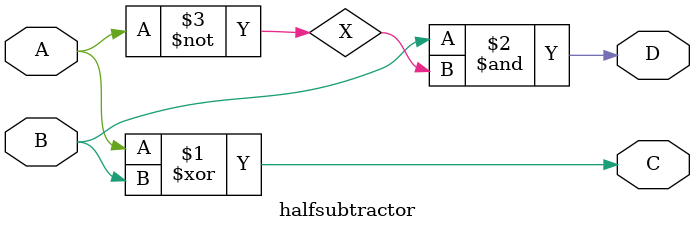
<source format=v>
module halfsubtractor(A,B,C,D);
input A,B;
output C,D;
wire X;
xor x1(C,A,B);
not n1(X,A);
and a1(D,B,X);
endmodule

</source>
